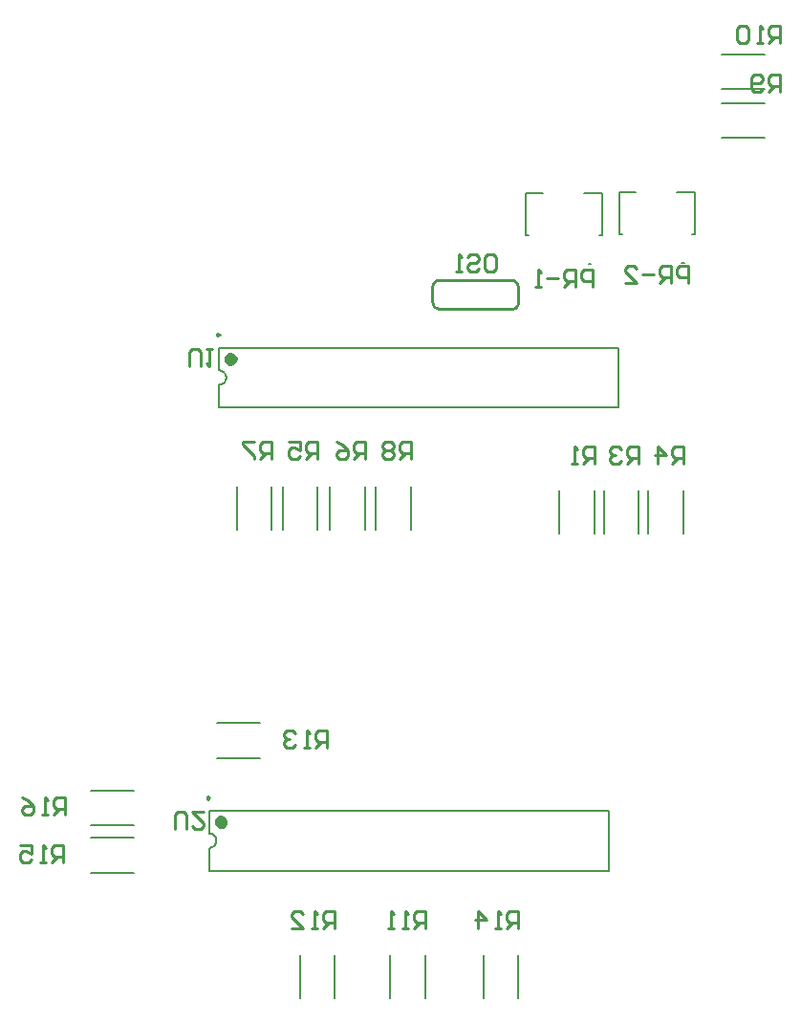
<source format=gbo>
G04 Layer_Color=32896*
%FSLAX25Y25*%
%MOIN*%
G70*
G01*
G75*
%ADD37C,0.00787*%
%ADD38C,0.01000*%
%ADD67C,0.00984*%
%ADD68C,0.02362*%
%ADD69C,0.00500*%
D37*
X290315Y416000D02*
X291272Y416190D01*
X292083Y416732D01*
X292625Y417543D01*
X292815Y418500D01*
X292625Y419457D01*
X292083Y420268D01*
X291272Y420810D01*
X290315Y421000D01*
X293815Y577500D02*
X294772Y577690D01*
X295583Y578232D01*
X296125Y579043D01*
X296315Y580000D01*
X296125Y580957D01*
X295583Y581768D01*
X294772Y582310D01*
X293815Y582500D01*
X423410Y619783D02*
X422622D01*
X423410D01*
X455909Y619953D02*
X455122D01*
X455909D01*
X334102Y363520D02*
Y378480D01*
X321898Y363520D02*
Y378480D01*
X365602Y363520D02*
Y378480D01*
X353398Y363520D02*
Y378480D01*
X398102Y363520D02*
Y378480D01*
X385898Y363520D02*
Y378480D01*
X249020Y419602D02*
X263980D01*
X249020Y407398D02*
X263980D01*
X249020Y436102D02*
X263980D01*
X249020Y423898D02*
X263980D01*
X290315Y428933D02*
X429685D01*
X290315Y408067D02*
X429685D01*
X290315Y421000D02*
Y428933D01*
Y408067D02*
Y416000D01*
X429685Y408067D02*
Y428933D01*
X469020Y692760D02*
X483980D01*
X469020Y680555D02*
X483980D01*
X469020Y663555D02*
X483980D01*
X469020Y675760D02*
X483980D01*
X293020Y447398D02*
X307980D01*
X293020Y459602D02*
X307980D01*
X348398Y527020D02*
Y541980D01*
X360602Y527020D02*
Y541980D01*
X412398Y525520D02*
Y540480D01*
X424602Y525520D02*
Y540480D01*
X427898Y525520D02*
Y540480D01*
X440102Y525520D02*
Y540480D01*
X332398Y527020D02*
Y541980D01*
X344602Y527020D02*
Y541980D01*
X315898Y527020D02*
Y541980D01*
X328102Y527020D02*
Y541980D01*
X312102Y527020D02*
Y541980D01*
X299898Y527020D02*
Y541980D01*
X443398Y525520D02*
Y540480D01*
X455602Y525520D02*
Y540480D01*
X293815Y590433D02*
X433185D01*
X293815Y569567D02*
X433185D01*
X293815Y582500D02*
Y590433D01*
Y569567D02*
Y577500D01*
X433185Y569567D02*
Y590433D01*
D38*
X396000Y604000D02*
X397000Y604268D01*
X397732Y605000D01*
X398000Y606000D01*
Y611500D02*
X397810Y612457D01*
X397268Y613268D01*
X396457Y613810D01*
X395500Y614000D01*
X370500D02*
X369543Y613810D01*
X368732Y613268D01*
X368190Y612457D01*
X368000Y611500D01*
Y606500D02*
X368190Y605543D01*
X368732Y604732D01*
X369543Y604190D01*
X370500Y604000D01*
X368000Y606500D02*
Y611500D01*
X370500Y614000D02*
X395500D01*
X398000Y606000D02*
Y611500D01*
X370500Y604000D02*
X396000D01*
X387501Y622998D02*
X389500D01*
X390500Y621998D01*
Y618000D01*
X389500Y617000D01*
X387501D01*
X386501Y618000D01*
Y621998D01*
X387501Y622998D01*
X380503Y621998D02*
X381503Y622998D01*
X383502D01*
X384502Y621998D01*
Y620999D01*
X383502Y619999D01*
X381503D01*
X380503Y618999D01*
Y618000D01*
X381503Y617000D01*
X383502D01*
X384502Y618000D01*
X378504Y617000D02*
X376504D01*
X377504D01*
Y622998D01*
X378504Y621998D01*
X424000Y611500D02*
Y617498D01*
X421001D01*
X420001Y616498D01*
Y614499D01*
X421001Y613499D01*
X424000D01*
X418002Y611500D02*
Y617498D01*
X415003D01*
X414003Y616498D01*
Y614499D01*
X415003Y613499D01*
X418002D01*
X416003D02*
X414003Y611500D01*
X412004Y614499D02*
X408005D01*
X406006Y611500D02*
X404006D01*
X405006D01*
Y617498D01*
X406006Y616498D01*
X457500Y613012D02*
Y619010D01*
X454501D01*
X453501Y618010D01*
Y616011D01*
X454501Y615011D01*
X457500D01*
X451502Y613012D02*
Y619010D01*
X448503D01*
X447503Y618010D01*
Y616011D01*
X448503Y615011D01*
X451502D01*
X449503D02*
X447503Y613012D01*
X445504Y616011D02*
X441505D01*
X435507Y613012D02*
X439506D01*
X435507Y617010D01*
Y618010D01*
X436507Y619010D01*
X438506D01*
X439506Y618010D01*
X424600Y550020D02*
Y556018D01*
X421601D01*
X420601Y555019D01*
Y553019D01*
X421601Y552020D01*
X424600D01*
X422601D02*
X420601Y550020D01*
X418602D02*
X416603D01*
X417602D01*
Y556018D01*
X418602Y555019D01*
X440100Y550000D02*
Y555998D01*
X437101D01*
X436101Y554998D01*
Y552999D01*
X437101Y551999D01*
X440100D01*
X438101D02*
X436101Y550000D01*
X434102Y554998D02*
X433102Y555998D01*
X431103D01*
X430103Y554998D01*
Y553999D01*
X431103Y552999D01*
X432103D01*
X431103D01*
X430103Y551999D01*
Y551000D01*
X431103Y550000D01*
X433102D01*
X434102Y551000D01*
X455600Y550020D02*
Y556018D01*
X452601D01*
X451601Y555019D01*
Y553019D01*
X452601Y552020D01*
X455600D01*
X453601D02*
X451601Y550020D01*
X446603D02*
Y556018D01*
X449602Y553019D01*
X445603D01*
X328100Y551500D02*
Y557498D01*
X325101D01*
X324101Y556498D01*
Y554499D01*
X325101Y553499D01*
X328100D01*
X326101D02*
X324101Y551500D01*
X318103Y557498D02*
X322102D01*
Y554499D01*
X320103Y555499D01*
X319103D01*
X318103Y554499D01*
Y552500D01*
X319103Y551500D01*
X321102D01*
X322102Y552500D01*
X344600Y551500D02*
Y557498D01*
X341601D01*
X340601Y556498D01*
Y554499D01*
X341601Y553499D01*
X344600D01*
X342601D02*
X340601Y551500D01*
X334603Y557498D02*
X336603Y556498D01*
X338602Y554499D01*
Y552500D01*
X337602Y551500D01*
X335603D01*
X334603Y552500D01*
Y553499D01*
X335603Y554499D01*
X338602D01*
X312100Y551500D02*
Y557498D01*
X309101D01*
X308101Y556498D01*
Y554499D01*
X309101Y553499D01*
X312100D01*
X310101D02*
X308101Y551500D01*
X306102Y557498D02*
X302103D01*
Y556498D01*
X306102Y552500D01*
Y551500D01*
X360600D02*
Y557498D01*
X357601D01*
X356601Y556498D01*
Y554499D01*
X357601Y553499D01*
X360600D01*
X358601D02*
X356601Y551500D01*
X354602Y556498D02*
X353602Y557498D01*
X351603D01*
X350603Y556498D01*
Y555499D01*
X351603Y554499D01*
X350603Y553499D01*
Y552500D01*
X351603Y551500D01*
X353602D01*
X354602Y552500D01*
Y553499D01*
X353602Y554499D01*
X354602Y555499D01*
Y556498D01*
X353602Y554499D02*
X351603D01*
X489500Y679757D02*
Y685755D01*
X486501D01*
X485501Y684756D01*
Y682756D01*
X486501Y681757D01*
X489500D01*
X487501D02*
X485501Y679757D01*
X483502Y680757D02*
X482502Y679757D01*
X480503D01*
X479503Y680757D01*
Y684756D01*
X480503Y685755D01*
X482502D01*
X483502Y684756D01*
Y683756D01*
X482502Y682756D01*
X479503D01*
X489500Y696757D02*
Y702755D01*
X486501D01*
X485501Y701756D01*
Y699756D01*
X486501Y698757D01*
X489500D01*
X487501D02*
X485501Y696757D01*
X483502D02*
X481503D01*
X482502D01*
Y702755D01*
X483502Y701756D01*
X478504D02*
X477504Y702755D01*
X475504D01*
X474505Y701756D01*
Y697757D01*
X475504Y696757D01*
X477504D01*
X478504Y697757D01*
Y701756D01*
X365600Y388000D02*
Y393998D01*
X362601D01*
X361601Y392998D01*
Y390999D01*
X362601Y389999D01*
X365600D01*
X363601D02*
X361601Y388000D01*
X359602D02*
X357603D01*
X358602D01*
Y393998D01*
X359602Y392998D01*
X354604Y388000D02*
X352604D01*
X353604D01*
Y393998D01*
X354604Y392998D01*
X334100Y388000D02*
Y393998D01*
X331101D01*
X330101Y392998D01*
Y390999D01*
X331101Y389999D01*
X334100D01*
X332101D02*
X330101Y388000D01*
X328102D02*
X326103D01*
X327102D01*
Y393998D01*
X328102Y392998D01*
X319105Y388000D02*
X323104D01*
X319105Y391999D01*
Y392998D01*
X320105Y393998D01*
X322104D01*
X323104Y392998D01*
X331500Y451000D02*
Y456998D01*
X328501D01*
X327501Y455998D01*
Y453999D01*
X328501Y452999D01*
X331500D01*
X329501D02*
X327501Y451000D01*
X325502D02*
X323503D01*
X324502D01*
Y456998D01*
X325502Y455998D01*
X320504D02*
X319504Y456998D01*
X317505D01*
X316505Y455998D01*
Y454999D01*
X317505Y453999D01*
X318504D01*
X317505D01*
X316505Y452999D01*
Y452000D01*
X317505Y451000D01*
X319504D01*
X320504Y452000D01*
X398100Y388000D02*
Y393998D01*
X395101D01*
X394101Y392998D01*
Y390999D01*
X395101Y389999D01*
X398100D01*
X396101D02*
X394101Y388000D01*
X392102D02*
X390103D01*
X391102D01*
Y393998D01*
X392102Y392998D01*
X384105Y388000D02*
Y393998D01*
X387104Y390999D01*
X383105D01*
X239500Y411000D02*
Y416998D01*
X236501D01*
X235501Y415998D01*
Y413999D01*
X236501Y412999D01*
X239500D01*
X237501D02*
X235501Y411000D01*
X233502D02*
X231503D01*
X232502D01*
Y416998D01*
X233502Y415998D01*
X224505Y416998D02*
X228504D01*
Y413999D01*
X226504Y414999D01*
X225504D01*
X224505Y413999D01*
Y412000D01*
X225504Y411000D01*
X227504D01*
X228504Y412000D01*
X240000Y427500D02*
Y433498D01*
X237001D01*
X236001Y432498D01*
Y430499D01*
X237001Y429499D01*
X240000D01*
X238001D02*
X236001Y427500D01*
X234002D02*
X232003D01*
X233002D01*
Y433498D01*
X234002Y432498D01*
X225005Y433498D02*
X227004Y432498D01*
X229004Y430499D01*
Y428500D01*
X228004Y427500D01*
X226005D01*
X225005Y428500D01*
Y429499D01*
X226005Y430499D01*
X229004D01*
X283500Y584002D02*
Y589000D01*
X284500Y590000D01*
X286499D01*
X287499Y589000D01*
Y584002D01*
X289498Y590000D02*
X291497D01*
X290498D01*
Y584002D01*
X289498Y585002D01*
X278500Y422502D02*
Y427500D01*
X279500Y428500D01*
X281499D01*
X282499Y427500D01*
Y422502D01*
X288497Y428500D02*
X284498D01*
X288497Y424501D01*
Y423502D01*
X287497Y422502D01*
X285498D01*
X284498Y423502D01*
D67*
X290374Y433500D02*
X289636Y433926D01*
Y433074D01*
X290374Y433500D01*
X293874Y595000D02*
X293136Y595426D01*
Y594574D01*
X293874Y595000D01*
D68*
X295433Y424996D02*
X294988Y425919D01*
X293989Y426148D01*
X293188Y425508D01*
Y424484D01*
X293989Y423845D01*
X294988Y424073D01*
X295433Y424996D01*
X298933Y586496D02*
X298488Y587420D01*
X297489Y587647D01*
X296688Y587008D01*
Y585984D01*
X297489Y585345D01*
X298488Y585573D01*
X298933Y586496D01*
D69*
X420929Y644323D02*
X427228D01*
X400772D02*
X406638D01*
X400772Y629677D02*
X401756D01*
X426205D02*
X427228D01*
X400772D02*
Y644323D01*
X427228Y629677D02*
Y644323D01*
X453429Y644492D02*
X459728D01*
X433272D02*
X439138D01*
X433272Y629846D02*
X434256D01*
X458705D02*
X459728D01*
X433272D02*
Y644492D01*
X459728Y629846D02*
Y644492D01*
M02*

</source>
